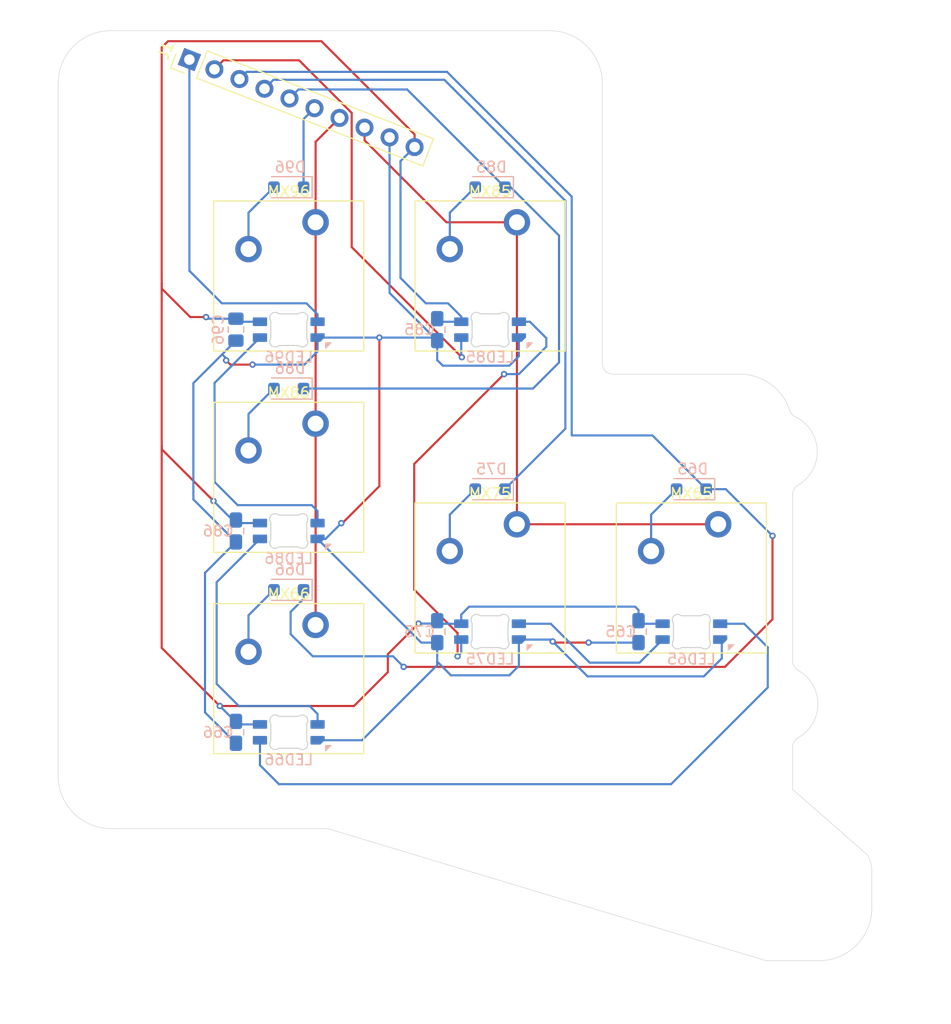
<source format=kicad_pcb>
(kicad_pcb (version 20241229) (generator "pcbnew") (generator_version "9.0")
  (layers (0 "F.Cu" signal) (2 "B.Cu" signal) (13 "F.Paste" user) (15 "B.Paste" user) (5 "F.SilkS" user "F.Silkscreen") (7 "B.SilkS" user "B.Silkscreen") (1 "F.Mask" user) (3 "B.Mask" user) (25 "Edge.Cuts" user))
  (net 0 "")
  (net 1 "GND")
  (net 2 "/VDD")
  (net 3 "Net-(D65-A)")
  (net 4 "Net-(D66-A)")
  (net 5 "Net-(D75-A)")
  (net 6 "Net-(D85-A)")
  (net 7 "Net-(D86-A)")
  (net 8 "Net-(D96-A)")
  (net 9 "/DOUT")
  (net 10 "/DIN")
  (net 11 "/ROW_9")
  (net 12 "Net-(LED65-DIN)")
  (net 13 "Net-(LED65-DOUT)")
  (net 14 "Net-(LED66-DIN)")
  (net 15 "Net-(LED75-DOUT)")
  (net 16 "Net-(LED86-DIN)")
  (net 17 "/COL_R5")
  (net 18 "/COL_R6")
  (net 19 "/ROW_8")
  (net 20 "/ROW_6")
  (net 21 "/ROW_7")
  (footprint "PCM_Switch_Keyboard_Cherry_MX:SW_Cherry_MX_PCB_2.00u_90deg" (layer "F.Cu") (at 206.375 77.7875)
    (property "Reference" "MX75" (at 0 -8 0) (layer "F.SilkS"))
    (property "Value" "MX_SW_HS")
    (pad "" np_thru_hole circle (at -5.08 0) (size 1.75 1.75) (drill 1.75) (layers "*.Cu" "*.Mask"))
    (pad "" np_thru_hole circle (at 0 0) (size 4 4) (drill 4) (layers "*.Cu" "*.Mask"))
    (pad "" np_thru_hole circle (at 5.08 0) (size 1.75 1.75) (drill 1.75) (layers "*.Cu" "*.Mask"))
    (pad "1" thru_hole circle (at -3.81 -2.54) (size 2.5 2.5) (drill 1.5) (layers "*.Cu" "*.Mask") (net 5 "Net-(D75-A)"))
    (pad "2" thru_hole circle (at 2.54 -5.08) (size 2.5 2.5) (drill 1.5) (layers "*.Cu" "*.Mask") (net 17 "/COL_R5"))
  )
  (footprint "Connector_PinHeader_2.54mm:PinHeader_1x10_P2.54mm_Vertical" (layer "F.Cu") (at 177.922804 28.738462 68.769)
    (property "Reference" "J1" (at 0 -2.38 68.769) (layer "F.SilkS"))
    (property "Value" "Conn_01x10")
    (pad "1" thru_hole rect (at 0 0 68.769) (size 1.7 1.7) (drill 1) (layers "*.Cu" "*.Mask") (net 10 "/DIN"))
    (pad "2" thru_hole circle (at 0 2.54 68.769) (size 1.7 1.7) (drill 1) (layers "*.Cu" "*.Mask") (net 9 "/DOUT"))
    (pad "3" thru_hole circle (at 0 5.08 68.769) (size 1.7 1.7) (drill 1) (layers "*.Cu" "*.Mask") (net 20 "/ROW_6"))
    (pad "4" thru_hole circle (at -0.000001 7.62 68.769) (size 1.7 1.7) (drill 1) (layers "*.Cu" "*.Mask") (net 21 "/ROW_7"))
    (pad "5" thru_hole circle (at 0 10.16 68.769) (size 1.7 1.7) (drill 1) (layers "*.Cu" "*.Mask") (net 19 "/ROW_8"))
    (pad "6" thru_hole circle (at 0 12.7 68.769) (size 1.7 1.7) (drill 1) (layers "*.Cu" "*.Mask") (net 11 "/ROW_9"))
    (pad "7" thru_hole circle (at 0 15.24 68.769) (size 1.7 1.7) (drill 1) (layers "*.Cu" "*.Mask") (net 18 "/COL_R6"))
    (pad "8" thru_hole circle (at 0 17.78 68.769) (size 1.7 1.7) (drill 1) (layers "*.Cu" "*.Mask") (net 17 "/COL_R5"))
    (pad "9" thru_hole circle (at 0 20.32 68.769) (size 1.7 1.7) (drill 1) (layers "*.Cu" "*.Mask") (net 1 "GND"))
    (pad "10" thru_hole circle (at 0 22.86 68.769) (size 1.7 1.7) (drill 1) (layers "*.Cu" "*.Mask") (net 2 "/VDD"))
  )
  (footprint "PCM_Switch_Keyboard_Cherry_MX:SW_Cherry_MX_PCB_1.00u" (layer "F.Cu") (at 187.325 49.2125)
    (property "Reference" "MX96" (at 0 -8 0) (layer "F.SilkS"))
    (property "Value" "MX_SW_HS")
    (pad "" np_thru_hole circle (at -5.08 0) (size 1.75 1.75) (drill 1.75) (layers "*.Cu" "*.Mask"))
    (pad "" np_thru_hole circle (at 0 0) (size 4 4) (drill 4) (layers "*.Cu" "*.Mask"))
    (pad "" np_thru_hole circle (at 5.08 0) (size 1.75 1.75) (drill 1.75) (layers "*.Cu" "*.Mask"))
    (pad "1" thru_hole circle (at -3.81 -2.54) (size 2.5 2.5) (drill 1.5) (layers "*.Cu" "*.Mask") (net 8 "Net-(D96-A)"))
    (pad "2" thru_hole circle (at 2.54 -5.08) (size 2.5 2.5) (drill 1.5) (layers "*.Cu" "*.Mask") (net 18 "/COL_R6"))
  )
  (footprint "PCM_Switch_Keyboard_Cherry_MX:SW_Cherry_MX_PCB_1.00u" (layer "F.Cu") (at 187.325 87.3125)
    (property "Reference" "MX66" (at 0 -8 0) (layer "F.SilkS"))
    (property "Value" "MX_SW_HS")
    (pad "" np_thru_hole circle (at -5.08 0) (size 1.75 1.75) (drill 1.75) (layers "*.Cu" "*.Mask"))
    (pad "" np_thru_hole circle (at 0 0) (size 4 4) (drill 4) (layers "*.Cu" "*.Mask"))
    (pad "" np_thru_hole circle (at 5.08 0) (size 1.75 1.75) (drill 1.75) (layers "*.Cu" "*.Mask"))
    (pad "1" thru_hole circle (at -3.81 -2.54) (size 2.5 2.5) (drill 1.5) (layers "*.Cu" "*.Mask") (net 4 "Net-(D66-A)"))
    (pad "2" thru_hole circle (at 2.54 -5.08) (size 2.5 2.5) (drill 1.5) (layers "*.Cu" "*.Mask") (net 18 "/COL_R6"))
  )
  (footprint "PCM_Switch_Keyboard_Cherry_MX:SW_Cherry_MX_PCB_1.00u" (layer "F.Cu") (at 206.375 49.2125)
    (property "Reference" "MX85" (at 0 -8 0) (layer "F.SilkS"))
    (property "Value" "MX_SW_HS")
    (pad "" np_thru_hole circle (at -5.08 0) (size 1.75 1.75) (drill 1.75) (layers "*.Cu" "*.Mask"))
    (pad "" np_thru_hole circle (at 0 0) (size 4 4) (drill 4) (layers "*.Cu" "*.Mask"))
    (pad "" np_thru_hole circle (at 5.08 0) (size 1.75 1.75) (drill 1.75) (layers "*.Cu" "*.Mask"))
    (pad "1" thru_hole circle (at -3.81 -2.54) (size 2.5 2.5) (drill 1.5) (layers "*.Cu" "*.Mask") (net 6 "Net-(D85-A)"))
    (pad "2" thru_hole circle (at 2.54 -5.08) (size 2.5 2.5) (drill 1.5) (layers "*.Cu" "*.Mask") (net 17 "/COL_R5"))
  )
  (footprint "PCM_Switch_Keyboard_Cherry_MX:SW_Cherry_MX_PCB_2.00u_90deg" (layer "F.Cu") (at 225.425 77.7875)
    (property "Reference" "MX65" (at 0 -8 0) (layer "F.SilkS"))
    (property "Value" "MX_SW_HS")
    (pad "" np_thru_hole circle (at -5.08 0) (size 1.75 1.75) (drill 1.75) (layers "*.Cu" "*.Mask"))
    (pad "" np_thru_hole circle (at 0 0) (size 4 4) (drill 4) (layers "*.Cu" "*.Mask"))
    (pad "" np_thru_hole circle (at 5.08 0) (size 1.75 1.75) (drill 1.75) (layers "*.Cu" "*.Mask"))
    (pad "1" thru_hole circle (at -3.81 -2.54) (size 2.5 2.5) (drill 1.5) (layers "*.Cu" "*.Mask") (net 3 "Net-(D65-A)"))
    (pad "2" thru_hole circle (at 2.54 -5.08) (size 2.5 2.5) (drill 1.5) (layers "*.Cu" "*.Mask") (net 17 "/COL_R5"))
  )
  (footprint "PCM_Switch_Keyboard_Cherry_MX:SW_Cherry_MX_PCB_1.00u" (layer "F.Cu") (at 187.325 68.2625)
    (property "Reference" "MX86" (at 0 -8 0) (layer "F.SilkS"))
    (property "Value" "MX_SW_HS")
    (pad "" np_thru_hole circle (at -5.08 0) (size 1.75 1.75) (drill 1.75) (layers "*.Cu" "*.Mask"))
    (pad "" np_thru_hole circle (at 0 0) (size 4 4) (drill 4) (layers "*.Cu" "*.Mask"))
    (pad "" np_thru_hole circle (at 5.08 0) (size 1.75 1.75) (drill 1.75) (layers "*.Cu" "*.Mask"))
    (pad "1" thru_hole circle (at -3.81 -2.54) (size 2.5 2.5) (drill 1.5) (layers "*.Cu" "*.Mask") (net 7 "Net-(D86-A)"))
    (pad "2" thru_hole circle (at 2.54 -5.08) (size 2.5 2.5) (drill 1.5) (layers "*.Cu" "*.Mask") (net 18 "/COL_R6"))
  )
  (footprint "MountingHole:MountingHole_3.7mm" (layer "B.Cu") (at 170.45 96 180)
    (property "Reference" "REF5" (hide yes))
    (property "Value" "MountingHole_3.7mm" (hide yes))
    (pad "" np_thru_hole circle (at 0 0 180) (size 3.7 3.7) (drill 3.7) (layers "*.Cu" "*.Mask"))
  )
  (footprint "MountingHole:MountingHole_3.7mm" (layer "B.Cu") (at 170.45 44.4 180)
    (property "Reference" "REF1" (hide yes))
    (property "Value" "MountingHole_3.7mm" (hide yes))
    (pad "" np_thru_hole circle (at 0 0 180) (size 3.7 3.7) (drill 3.7) (layers "*.Cu" "*.Mask"))
  )
  (footprint "MountingHole:MountingHole_3.7mm" (layer "B.Cu") (at 225.806 104.14 180)
    (property "Reference" "REF3" (hide yes))
    (property "Value" "MountingHole_3.7mm" (hide yes))
    (pad "" np_thru_hole circle (at 0 0 180) (size 3.7 3.7) (drill 3.7) (layers "*.Cu" "*.Mask"))
  )
  (footprint "MountingHole:MountingHole_3.7mm" (layer "B.Cu") (at 170.5 88 180)
    (property "Reference" "REF6" (hide yes))
    (property "Value" "MountingHole_3.7mm" (hide yes))
    (pad "" np_thru_hole circle (at 0 0 180) (size 3.7 3.7) (drill 3.7) (layers "*.Cu" "*.Mask"))
  )
  (footprint "MountingHole:MountingHole_3.7mm" (layer "B.Cu") (at 210.566 32.004 180)
    (property "Reference" "REF2" (hide yes))
    (property "Value" "MountingHole_3.7mm")
    (pad "" np_thru_hole circle (at 0 0 180) (size 3.7 3.7) (drill 3.7) (layers "*.Cu" "*.Mask"))
  )
  (footprint "MountingHole:MountingHole_3.7mm" (layer "B.Cu") (at 236.982 107.95 180)
    (property "Reference" "REF4" (hide yes))
    (property "Value" "MountingHole_3.7mm" (hide yes))
    (pad "" np_thru_hole circle (at 0 0 180) (size 3.7 3.7) (drill 3.7) (layers "*.Cu" "*.Mask"))
  )
  (footprint "PCM_marbastlib-mx:LED_MX_6028R" (layer "B.Cu") (at 187.325 54.2925 180)
    (property "Reference" "LED96" (at 0 -2.6 0) (layer "B.SilkS") (effects (justify mirror)))
    (property "Value" "MX_SK6812MINI-E")
    (fp_line (start 1.699999 -0.702841) (end 1.699999 0.702843) (stroke (width 0.1)) (layer "Edge.Cuts"))
    (fp_line (start 0.794452 1.5) (end -0.794453 1.5) (stroke (width 0.1)) (layer "Edge.Cuts"))
    (fp_line (start -0.794452 -1.499999) (end 0.794452 -1.499999) (stroke (width 0.1)) (layer "Edge.Cuts"))
    (fp_line (start -1.699999 0.702843) (end -1.699999 -0.702841) (stroke (width 0.1)) (layer "Edge.Cuts"))
    (fp_arc (start 1.749484 0.919721) (mid 1.712526 0.814069) (end 1.699999 0.702843) (stroke (width 0.1)) (layer "Edge.Cuts"))
    (fp_arc (start 1.749484 0.919721) (mid 1.638072 1.504036) (end 1.046711 1.5683) (stroke (width 0.1)) (layer "Edge.Cuts"))
    (fp_arc (start 1.699999 -0.702842) (mid 1.712536 -0.814064) (end 1.749484 -0.919719) (stroke (width 0.1)) (layer "Edge.Cuts"))
    (fp_arc (start 1.046711 -1.568296) (mid 1.63807 -1.504033) (end 1.749484 -0.919719) (stroke (width 0.1)) (layer "Edge.Cuts"))
    (fp_arc (start 1.04671 -1.568298) (mid 0.925122 -1.517376) (end 0.794452 -1.499999) (stroke (width 0.1)) (layer "Edge.Cuts"))
    (fp_arc (start 0.794453 1.500001) (mid 0.925123 1.517378) (end 1.046711 1.5683) (stroke (width 0.1)) (layer "Edge.Cuts"))
    (fp_arc (start -0.794452 -1.499999) (mid -0.925123 -1.517376) (end -1.046711 -1.568298) (stroke (width 0.1)) (layer "Edge.Cuts"))
    (fp_arc (start -1.046711 1.568299) (mid -0.925123 1.517377) (end -0.794453 1.5) (stroke (width 0.1)) (layer "Edge.Cuts"))
    (fp_arc (start -1.046711 1.568299) (mid -1.63807 1.504035) (end -1.749484 0.919721) (stroke (width 0.1)) (layer "Edge.Cuts"))
    (fp_arc (start -1.699999 0.702844) (mid -1.712527 0.814069) (end -1.749484 0.919721) (stroke (width 0.1)) (layer "Edge.Cuts"))
    (fp_arc (start -1.749484 -0.919718) (mid -1.638072 -1.504034) (end -1.046711 -1.568298) (stroke (width 0.1)) (layer "Edge.Cuts"))
    (fp_arc (start -1.749484 -0.919719) (mid -1.712527 -0.814067) (end -1.699999 -0.702841) (stroke (width 0.1)) (layer "Edge.Cuts"))
    (pad "1" smd roundrect (at 2.725 0.75 90) (size 0.82 1.35) (layers "B.Cu" "B.Mask" "B.Paste") (roundrect_rratio 0.1) (net 2 "/VDD"))
    (pad "2" smd roundrect (at 2.725 -0.75 90) (size 0.82 1.35) (layers "B.Cu" "B.Mask" "B.Paste") (roundrect_rratio 0.1) (net 16 "Net-(LED86-DIN)"))
    (pad "3" smd roundrect (at -2.725 0.75 90) (size 0.82 1.35) (layers "B.Cu" "B.Mask" "B.Paste") (roundrect_rratio 0.1) (net 10 "/DIN"))
    (pad "4" smd roundrect (at -2.725 -0.75 90) (size 0.82 1.35) (layers "B.Cu" "B.Mask" "B.Paste") (roundrect_rratio 0.1) (chamfer_ratio 0.5) (chamfer bottom_left) (net 1 "GND"))
  )
  (footprint "PCM_marbastlib-mx:LED_MX_6028R" (layer "B.Cu") (at 225.425 82.8675 180)
    (property "Reference" "LED65" (at 0 -2.6 0) (layer "B.SilkS") (effects (justify mirror)))
    (property "Value" "MX_SK6812MINI-E")
    (fp_line (start 1.699999 -0.702841) (end 1.699999 0.702843) (stroke (width 0.1)) (layer "Edge.Cuts"))
    (fp_line (start 0.794452 1.5) (end -0.794453 1.5) (stroke (width 0.1)) (layer "Edge.Cuts"))
    (fp_line (start -0.794452 -1.499999) (end 0.794452 -1.499999) (stroke (width 0.1)) (layer "Edge.Cuts"))
    (fp_line (start -1.699999 0.702843) (end -1.699999 -0.702841) (stroke (width 0.1)) (layer "Edge.Cuts"))
    (fp_arc (start 1.749484 0.919721) (mid 1.712526 0.814069) (end 1.699999 0.702843) (stroke (width 0.1)) (layer "Edge.Cuts"))
    (fp_arc (start 1.749484 0.919721) (mid 1.638072 1.504036) (end 1.046711 1.5683) (stroke (width 0.1)) (layer "Edge.Cuts"))
    (fp_arc (start 1.699999 -0.702842) (mid 1.712536 -0.814064) (end 1.749484 -0.919719) (stroke (width 0.1)) (layer "Edge.Cuts"))
    (fp_arc (start 1.046711 -1.568296) (mid 1.63807 -1.504033) (end 1.749484 -0.919719) (stroke (width 0.1)) (layer "Edge.Cuts"))
    (fp_arc (start 1.04671 -1.568298) (mid 0.925122 -1.517376) (end 0.794452 -1.499999) (stroke (width 0.1)) (layer "Edge.Cuts"))
    (fp_arc (start 0.794453 1.500001) (mid 0.925123 1.517378) (end 1.046711 1.5683) (stroke (width 0.1)) (layer "Edge.Cuts"))
    (fp_arc (start -0.794452 -1.499999) (mid -0.925123 -1.517376) (end -1.046711 -1.568298) (stroke (width 0.1)) (layer "Edge.Cuts"))
    (fp_arc (start -1.046711 1.568299) (mid -0.925123 1.517377) (end -0.794453 1.5) (stroke (width 0.1)) (layer "Edge.Cuts"))
    (fp_arc (start -1.046711 1.568299) (mid -1.63807 1.504035) (end -1.749484 0.919721) (stroke (width 0.1)) (layer "Edge.Cuts"))
    (fp_arc (start -1.699999 0.702844) (mid -1.712527 0.814069) (end -1.749484 0.919721) (stroke (width 0.1)) (layer "Edge.Cuts"))
    (fp_arc (start -1.749484 -0.919718) (mid -1.638072 -1.504034) (end -1.046711 -1.568298) (stroke (width 0.1)) (layer "Edge.Cuts"))
    (fp_arc (start -1.749484 -0.919719) (mid -1.712527 -0.814067) (end -1.699999 -0.702841) (stroke (width 0.1)) (layer "Edge.Cuts"))
    (pad "1" smd roundrect (at 2.725 0.75 90) (size 0.82 1.35) (layers "B.Cu" "B.Mask" "B.Paste") (roundrect_rratio 0.1) (net 2 "/VDD"))
    (pad "2" smd roundrect (at 2.725 -0.75 90) (size 0.82 1.35) (layers "B.Cu" "B.Mask" "B.Paste") (roundrect_rratio 0.1) (net 13 "Net-(LED65-DOUT)"))
    (pad "3" smd roundrect (at -2.725 0.75 90) (size 0.82 1.35) (layers "B.Cu" "B.Mask" "B.Paste") (roundrect_rratio 0.1) (net 12 "Net-(LED65-DIN)"))
    (pad "4" smd roundrect (at -2.725 -0.75 90) (size 0.82 1.35) (layers "B.Cu" "B.Mask" "B.Paste") (roundrect_rratio 0.1) (chamfer_ratio 0.5) (chamfer bottom_left) (net 1 "GND"))
  )
  (footprint "Capacitor_SMD:C_0805_2012Metric_Pad1.18x1.45mm_HandSolder" (layer "B.Cu") (at 182.325 92.3925 -90)
    (property "Reference" "C66" (at 0 1.68 0) (layer "B.SilkS") (effects (justify mirror)))
    (property "Value" "0.1 µF")
    (pad "1" smd roundrect (at -1.0375 0 180) (size 1.175 1.45) (layers "B.Cu" "B.Mask" "B.Paste") (roundrect_rratio 0.212766) (net 2 "/VDD"))
    (pad "2" smd roundrect (at 1.0375 0 180) (size 1.175 1.45) (layers "B.Cu" "B.Mask" "B.Paste") (roundrect_rratio 0.212766) (net 1 "GND"))
  )
  (footprint "Diode_SMD:D_SOD-123F" (layer "B.Cu") (at 187.325 59.8625 180)
    (property "Reference" "D86" (at -0.127 1.905 0) (layer "B.SilkS") (effects (justify mirror)))
    (property "Value" "1N4148WL")
    (pad "1" smd roundrect (at -1.4 0 180) (size 1.1 1.1) (layers "B.Cu" "B.Mask" "B.Paste") (roundrect_rratio 0.2272727273) (net 19 "/ROW_8"))
    (pad "2" smd roundrect (at 1.4 0 180) (size 1.1 1.1) (layers "B.Cu" "B.Mask" "B.Paste") (roundrect_rratio 0.2272727273) (net 7 "Net-(D86-A)"))
  )
  (footprint "Capacitor_SMD:C_0805_2012Metric_Pad1.18x1.45mm_HandSolder" (layer "B.Cu") (at 182.325 54.2925 -90)
    (property "Reference" "C96" (at 0 1.68 90) (layer "B.SilkS") (effects (justify mirror)))
    (property "Value" "0.1 µF")
    (pad "1" smd roundrect (at -1.0375 0 270) (size 1.175 1.45) (layers "B.Cu" "B.Mask" "B.Paste") (roundrect_rratio 0.212766) (net 2 "/VDD"))
    (pad "2" smd roundrect (at 1.0375 0 270) (size 1.175 1.45) (layers "B.Cu" "B.Mask" "B.Paste") (roundrect_rratio 0.212766) (net 1 "GND"))
  )
  (footprint "Diode_SMD:D_SOD-123F" (layer "B.Cu") (at 206.375 69.3875 180)
    (property "Reference" "D75" (at -0.127 1.905 0) (layer "B.SilkS") (effects (justify mirror)))
    (property "Value" "1N4148WL")
    (pad "1" smd roundrect (at -1.4 0 180) (size 1.1 1.1) (layers "B.Cu" "B.Mask" "B.Paste") (roundrect_rratio 0.2272727273) (net 21 "/ROW_7"))
    (pad "2" smd roundrect (at 1.4 0 180) (size 1.1 1.1) (layers "B.Cu" "B.Mask" "B.Paste") (roundrect_rratio 0.2272727273) (net 5 "Net-(D75-A)"))
  )
  (footprint "Capacitor_SMD:C_0805_2012Metric_Pad1.18x1.45mm_HandSolder" (layer "B.Cu") (at 201.375 82.8675 -90)
    (property "Reference" "C75" (at 0 1.68 0) (layer "B.SilkS") (effects (justify mirror)))
    (property "Value" "0.1 µF")
    (pad "1" smd roundrect (at -1.0375 0 180) (size 1.175 1.45) (layers "B.Cu" "B.Mask" "B.Paste") (roundrect_rratio 0.212766) (net 2 "/VDD"))
    (pad "2" smd roundrect (at 1.0375 0 180) (size 1.175 1.45) (layers "B.Cu" "B.Mask" "B.Paste") (roundrect_rratio 0.212766) (net 1 "GND"))
  )
  (footprint "PCM_marbastlib-mx:LED_MX_6028R" (layer "B.Cu") (at 206.375 54.2925 180)
    (property "Reference" "LED85" (at 0 -2.6 0) (layer "B.SilkS") (effects (justify mirror)))
    (property "Value" "MX_SK6812MINI-E")
    (fp_line (start 1.699999 -0.702841) (end 1.699999 0.702843) (stroke (width 0.1)) (layer "Edge.Cuts"))
    (fp_line (start 0.794452 1.5) (end -0.794453 1.5) (stroke (width 0.1)) (layer "Edge.Cuts"))
    (fp_line (start -0.794452 -1.499999) (end 0.794452 -1.499999) (stroke (width 0.1)) (layer "Edge.Cuts"))
    (fp_line (start -1.699999 0.702843) (end -1.699999 -0.702841) (stroke (width 0.1)) (layer "Edge.Cuts"))
    (fp_arc (start 1.749484 0.919721) (mid 1.712526 0.814069) (end 1.699999 0.702843) (stroke (width 0.1)) (layer "Edge.Cuts"))
    (fp_arc (start 1.749484 0.919721) (mid 1.638072 1.504036) (end 1.046711 1.5683) (stroke (width 0.1)) (layer "Edge.Cuts"))
    (fp_arc (start 1.699999 -0.702842) (mid 1.712536 -0.814064) (end 1.749484 -0.919719) (stroke (width 0.1)) (layer "Edge.Cuts"))
    (fp_arc (start 1.046711 -1.568296) (mid 1.63807 -1.504033) (end 1.749484 -0.919719) (stroke (width 0.1)) (layer "Edge.Cuts"))
    (fp_arc (start 1.04671 -1.568298) (mid 0.925122 -1.517376) (end 0.794452 -1.499999) (stroke (width 0.1)) (layer "Edge.Cuts"))
    (fp_arc (start 0.794453 1.500001) (mid 0.925123 1.517378) (end 1.046711 1.5683) (stroke (width 0.1)) (layer "Edge.Cuts"))
    (fp_arc (start -0.794452 -1.499999) (mid -0.925123 -1.517376) (end -1.046711 -1.568298) (stroke (width 0.1)) (layer "Edge.Cuts"))
    (fp_arc (start -1.046711 1.568299) (mid -0.925123 1.517377) (end -0.794453 1.5) (stroke (width 0.1)) (layer "Edge.Cuts"))
    (fp_arc (start -1.046711 1.568299) (mid -1.63807 1.504035) (end -1.749484 0.919721) (stroke (width 0.1)) (layer "Edge.Cuts"))
    (fp_arc (start -1.699999 0.702844) (mid -1.712527 0.814069) (end -1.749484 0.919721) (stroke (width 0.1)) (layer "Edge.Cuts"))
    (fp_arc (start -1.749484 -0.919718) (mid -1.638072 -1.504034) (end -1.046711 -1.568298) (stroke (width 0.1)) (layer "Edge.Cuts"))
    (fp_arc (start -1.749484 -0.919719) (mid -1.712527 -0.814067) (end -1.699999 -0.702841) (stroke (width 0.1)) (layer "Edge.Cuts"))
    (pad "1" smd roundrect (at 2.725 0.75 90) (size 0.82 1.35) (layers "B.Cu" "B.Mask" "B.Paste") (roundrect_rratio 0.1) (net 2 "/VDD"))
    (pad "2" smd roundrect (at 2.725 -0.75 90) (size 0.82 1.35) (layers "B.Cu" "B.Mask" "B.Paste") (roundrect_rratio 0.1) (net 9 "/DOUT"))
    (pad "3" smd roundrect (at -2.725 0.75 90) (size 0.82 1.35) (layers "B.Cu" "B.Mask" "B.Paste") (roundrect_rratio 0.1) (net 15 "Net-(LED75-DOUT)"))
    (pad "4" smd roundrect (at -2.725 -0.75 90) (size 0.82 1.35) (layers "B.Cu" "B.Mask" "B.Paste") (roundrect_rratio 0.1) (chamfer_ratio 0.5) (chamfer bottom_left) (net 1 "GND"))
  )
  (footprint "Capacitor_SMD:C_0805_2012Metric_Pad1.18x1.45mm_HandSolder" (layer "B.Cu") (at 201.375 54.2925 -90)
    (property "Reference" "C85" (at 0 1.68 0) (layer "B.SilkS") (effects (justify mirror)))
    (property "Value" "0.1 µF")
    (pad "1" smd roundrect (at -1.0375 0 180) (size 1.175 1.45) (layers "B.Cu" "B.Mask" "B.Paste") (roundrect_rratio 0.212766) (net 2 "/VDD"))
    (pad "2" smd roundrect (at 1.0375 0 180) (size 1.175 1.45) (layers "B.Cu" "B.Mask" "B.Paste") (roundrect_rratio 0.212766) (net 1 "GND"))
  )
  (footprint "PCM_marbastlib-mx:LED_MX_6028R" (layer "B.Cu") (at 187.325 73.3425 180)
    (property "Reference" "LED86" (at 0 -2.6 0) (layer "B.SilkS") (effects (justify mirror)))
    (property "Value" "MX_SK6812MINI-E")
    (fp_line (start 1.699999 -0.702841) (end 1.699999 0.702843) (stroke (width 0.1)) (layer "Edge.Cuts"))
    (fp_line (start 0.794452 1.5) (end -0.794453 1.5) (stroke (width 0.1)) (layer "Edge.Cuts"))
    (fp_line (start -0.794452 -1.499999) (end 0.794452 -1.499999) (stroke (width 0.1)) (layer "Edge.Cuts"))
    (fp_line (start -1.699999 0.702843) (end -1.699999 -0.702841) (stroke (width 0.1)) (layer "Edge.Cuts"))
    (fp_arc (start 1.749484 0.919721) (mid 1.712526 0.814069) (end 1.699999 0.702843) (stroke (width 0.1)) (layer "Edge.Cuts"))
    (fp_arc (start 1.749484 0.919721) (mid 1.638072 1.504036) (end 1.046711 1.5683) (stroke (width 0.1)) (layer "Edge.Cuts"))
    (fp_arc (start 1.699999 -0.702842) (mid 1.712536 -0.814064) (end 1.749484 -0.919719) (stroke (width 0.1)) (layer "Edge.Cuts"))
    (fp_arc (start 1.046711 -1.568296) (mid 1.63807 -1.504033) (end 1.749484 -0.919719) (stroke (width 0.1)) (layer "Edge.Cuts"))
    (fp_arc (start 1.04671 -1.568298) (mid 0.925122 -1.517376) (end 0.794452 -1.499999) (stroke (width 0.1)) (layer "Edge.Cuts"))
    (fp_arc (start 0.794453 1.500001) (mid 0.925123 1.517378) (end 1.046711 1.5683) (stroke (width 0.1)) (layer "Edge.Cuts"))
    (fp_arc (start -0.794452 -1.499999) (mid -0.925123 -1.517376) (end -1.046711 -1.568298) (stroke (width 0.1)) (layer "Edge.Cuts"))
    (fp_arc (start -1.046711 1.568299) (mid -0.925123 1.517377) (end -0.794453 1.5) (stroke (width 0.1)) (layer "Edge.Cuts"))
    (fp_arc (start -1.046711 1.568299) (mid -1.63807 1.504035) (end -1.749484 0.919721) (stroke (width 0.1)) (layer "Edge.Cuts"))
    (fp_arc (start -1.699999 0.702844) (mid -1.712527 0.814069) (end -1.749484 0.919721) (stroke (width 0.1)) (layer "Edge.Cuts"))
    (fp_arc (start -1.749484 -0.919718) (mid -1.638072 -1.504034) (end -1.046711 -1.568298) (stroke (width 0.1)) (layer "Edge.Cuts"))
    (fp_arc (start -1.749484 -0.919719) (mid -1.712527 -0.814067) (end -1.699999 -0.702841) (stroke (width 0.1)) (layer "Edge.Cuts"))
    (pad "1" smd roundrect (at 2.725 0.75 90) (size 0.82 1.35) (layers "B.Cu" "B.Mask" "B.Paste") (roundrect_rratio 0.1) (net 2 "/VDD"))
    (pad "2" smd roundrect (at 2.725 -0.75 90) (size 0.82 1.35) (layers "B.Cu" "B.Mask" "B.Paste") (roundrect_rratio 0.1) (net 14 "Net-(LED66-DIN)"))
    (pad "3" smd roundrect (at -2.725 0.75 90) (size 0.82 1.35) (layers "B.Cu" "B.Mask" "B.Paste") (roundrect_rratio 0.1) (net 16 "Net-(LED86-DIN)"))
    (pad "4" smd roundrect (at -2.725 -0.75 90) (size 0.82 1.35) (layers "B.Cu" "B.Mask" "B.Paste") (roundrect_rratio 0.1) (chamfer_ratio 0.5) (chamfer bottom_left) (net 1 "GND"))
  )
  (footprint "Capacitor_SMD:C_0805_2012Metric_Pad1.18x1.45mm_HandSolder" (layer "B.Cu") (at 220.425 82.8675 -90)
    (property "Reference" "C65" (at 0 1.68 0) (layer "B.SilkS") (effects (justify mirror)))
    (property "Value" "0.1 µF")
    (pad "1" smd roundrect (at -1.0375 0 180) (size 1.175 1.45) (layers "B.Cu" "B.Mask" "B.Paste") (roundrect_rratio 0.212766) (net 2 "/VDD"))
    (pad "2" smd roundrect (at 1.0375 0 180) (size 1.175 1.45) (layers "B.Cu" "B.Mask" "B.Paste") (roundrect_rratio 0.212766) (net 1 "GND"))
  )
  (footprint "PCM_marbastlib-mx:LED_MX_6028R" (layer "B.Cu") (at 206.375 82.8675 180)
    (property "Reference" "LED75" (at 0 -2.6 0) (layer "B.SilkS") (effects (justify mirror)))
    (property "Value" "MX_SK6812MINI-E")
    (fp_line (start 1.699999 -0.702841) (end 1.699999 0.702843) (stroke (width 0.1)) (layer "Edge.Cuts"))
    (fp_line (start 0.794452 1.5) (end -0.794453 1.5) (stroke (width 0.1)) (layer "Edge.Cuts"))
    (fp_line (start -0.794452 -1.499999) (end 0.794452 -1.499999) (stroke (width 0.1)) (layer "Edge.Cuts"))
    (fp_line (start -1.699999 0.702843) (end -1.699999 -0.702841) (stroke (width 0.1)) (layer "Edge.Cuts"))
    (fp_arc (start 1.749484 0.919721) (mid 1.712526 0.814069) (end 1.699999 0.702843) (stroke (width 0.1)) (layer "Edge.Cuts"))
    (fp_arc (start 1.749484 0.919721) (mid 1.638072 1.504036) (end 1.046711 1.5683) (stroke (width 0.1)) (layer "Edge.Cuts"))
    (fp_arc (start 1.699999 -0.702842) (mid 1.712536 -0.814064) (end 1.749484 -0.919719) (stroke (width 0.1)) (layer "Edge.Cuts"))
    (fp_arc (start 1.046711 -1.568296) (mid 1.63807 -1.504033) (end 1.749484 -0.919719) (stroke (width 0.1)) (layer "Edge.Cuts"))
    (fp_arc (start 1.04671 -1.568298) (mid 0.925122 -1.517376) (end 0.794452 -1.499999) (stroke (width 0.1)) (layer "Edge.Cuts"))
    (fp_arc (start 0.794453 1.500001) (mid 0.925123 1.517378) (end 1.046711 1.5683) (stroke (width 0.1)) (layer "Edge.Cuts"))
    (fp_arc (start -0.794452 -1.499999) (mid -0.925123 -1.517376) (end -1.046711 -1.568298) (stroke (width 0.1)) (layer "Edge.Cuts"))
    (fp_arc (start -1.046711 1.568299) (mid -0.925123 1.517377) (end -0.794453 1.5) (stroke (width 0.1)) (layer "Edge.Cuts"))
    (fp_arc (start -1.046711 1.568299) (mid -1.63807 1.504035) (end -1.749484 0.919721) (stroke (width 0.1)) (layer "Edge.Cuts"))
    (fp_arc (start -1.699999 0.702844) (mid -1.712527 0.814069) (end -1.749484 0.919721) (stroke (width 0.1)) (layer "Edge.Cuts"))
    (fp_arc (start -1.749484 -0.919718) (mid -1.638072 -1.504034) (end -1.046711 -1.568298) (stroke (width 0.1)) (layer "Edge.Cuts"))
    (fp_arc (start -1.749484 -0.919719) (mid -1.712527 -0.814067) (end -1.699999 -0.702841) (stroke (width 0.1)) (layer "Edge.Cuts"))
    (pad "1" smd roundrect (at 2.725 0.75 90) (size 0.82 1.35) (layers "B.Cu" "B.Mask" "B.Paste") (roundrect_rratio 0.1) (net 2 "/VDD"))
    (pad "2" smd roundrect (at 2.725 -0.75 90) (size 0.82 1.35) (layers "B.Cu" "B.Mask" "B.Paste") (roundrect_rratio 0.1) (net 15 "Net-(LED75-DOUT)"))
    (pad "3" smd roundrect (at -2.725 0.75 90) (size 0.82 1.35) (layers "B.Cu" "B.Mask" "B.Paste") (roundrect_rratio 0.1) (net 13 "Net-(LED65-DOUT)"))
    (pad "4" smd roundrect (at -2.725 -0.75 90) (size 0.82 1.35) (layers "B.Cu" "B.Mask" "B.Paste") (roundrect_rratio 0.1) (chamfer_ratio 0.5) (chamfer bottom_left) (net 1 "GND"))
  )
  (footprint "Diode_SMD:D_SOD-123F" (layer "B.Cu") (at 187.325 78.9125 180)
    (property "Reference" "D66" (at -0.127 1.905 0) (layer "B.SilkS") (effects (justify mirror)))
    (property "Value" "1N4148WL")
    (pad "1" smd roundrect (at -1.4 0 180) (size 1.1 1.1) (layers "B.Cu" "B.Mask" "B.Paste") (roundrect_rratio 0.2272727273) (net 20 "/ROW_6"))
    (pad "2" smd roundrect (at 1.4 0 180) (size 1.1 1.1) (layers "B.Cu" "B.Mask" "B.Paste") (roundrect_rratio 0.2272727273) (net 4 "Net-(D66-A)"))
  )
  (footprint "Diode_SMD:D_SOD-123F" (layer "B.Cu") (at 206.375 40.8125 180)
    (property "Reference" "D85" (at -0.127 1.905 0) (layer "B.SilkS") (effects (justify mirror)))
    (property "Value" "1N4148WL")
    (pad "1" smd roundrect (at -1.4 0 180) (size 1.1 1.1) (layers "B.Cu" "B.Mask" "B.Paste") (roundrect_rratio 0.2272727273) (net 19 "/ROW_8"))
    (pad "2" smd roundrect (at 1.4 0 180) (size 1.1 1.1) (layers "B.Cu" "B.Mask" "B.Paste") (roundrect_rratio 0.2272727273) (net 6 "Net-(D85-A)"))
  )
  (footprint "Diode_SMD:D_SOD-123F" (layer "B.Cu") (at 225.425 69.3875 180)
    (property "Reference" "D65" (at -0.127 1.905 0) (layer "B.SilkS") (effects (justify mirror)))
    (property "Value" "1N4148WL")
    (pad "1" smd roundrect (at -1.4 0 180) (size 1.1 1.1) (layers "B.Cu" "B.Mask" "B.Paste") (roundrect_rratio 0.2272727273) (net 20 "/ROW_6"))
    (pad "2" smd roundrect (at 1.4 0 180) (size 1.1 1.1) (layers "B.Cu" "B.Mask" "B.Paste") (roundrect_rratio 0.2272727273) (net 3 "Net-(D65-A)"))
  )
  (footprint "PCM_marbastlib-mx:LED_MX_6028R" (layer "B.Cu") (at 187.325 92.3925 180)
    (property "Reference" "LED66" (at 0 -2.6 0) (layer "B.SilkS") (effects (justify mirror)))
    (property "Value" "MX_SK6812MINI-E")
    (fp_line (start 1.699999 -0.702841) (end 1.699999 0.702843) (stroke (width 0.1)) (layer "Edge.Cuts"))
    (fp_line (start 0.794452 1.5) (end -0.794453 1.5) (stroke (width 0.1)) (layer "Edge.Cuts"))
    (fp_line (start -0.794452 -1.499999) (end 0.794452 -1.499999) (stroke (width 0.1)) (layer "Edge.Cuts"))
    (fp_line (start -1.699999 0.702843) (end -1.699999 -0.702841) (stroke (width 0.1)) (layer "Edge.Cuts"))
    (fp_arc (start 1.749484 0.919721) (mid 1.712526 0.814069) (end 1.699999 0.702843) (stroke (width 0.1)) (layer "Edge.Cuts"))
    (fp_arc (start 1.749484 0.919721) (mid 1.638072 1.504036) (end 1.046711 1.5683) (stroke (width 0.1)) (layer "Edge.Cuts"))
    (fp_arc (start 1.699999 -0.702842) (mid 1.712536 -0.814064) (end 1.749484 -0.919719) (stroke (width 0.1)) (layer "Edge.Cuts"))
    (fp_arc (start 1.046711 -1.568296) (mid 1.63807 -1.504033) (end 1.749484 -0.919719) (stroke (width 0.1)) (layer "Edge.Cuts"))
    (fp_arc (start 1.04671 -1.568298) (mid 0.925122 -1.517376) (end 0.794452 -1.499999) (stroke (width 0.1)) (layer "Edge.Cuts"))
    (fp_arc (start 0.794453 1.500001) (mid 0.925123 1.517378) (end 1.046711 1.5683) (stroke (width 0.1)) (layer "Edge.Cuts"))
    (fp_arc (start -0.794452 -1.499999) (mid -0.925123 -1.517376) (end -1.046711 -1.568298) (stroke (width 0.1)) (layer "Edge.Cuts"))
    (fp_arc (start -1.046711 1.568299) (mid -0.925123 1.517377) (end -0.794453 1.5) (stroke (width 0.1)) (layer "Edge.Cuts"))
    (fp_arc (start -1.046711 1.568299) (mid -1.63807 1.504035) (end -1.749484 0.919721) (stroke (width 0.1)) (layer "Edge.Cuts"))
    (fp_arc (start -1.699999 0.702844) (mid -1.712527 0.814069) (end -1.749484 0.919721) (stroke (width 0.1)) (layer "Edge.Cuts"))
    (fp_arc (start -1.749484 -0.919718) (mid -1.638072 -1.504034) (end -1.046711 -1.568298) (stroke (width 0.1)) (layer "Edge.Cuts"))
    (fp_arc (start -1.749484 -0.919719) (mid -1.712527 -0.814067) (end -1.699999 -0.702841) (stroke (width 0.1)) (layer "Edge.Cuts"))
    (pad "1" smd roundrect (at 2.725 0.75 90) (size 0.82 1.35) (layers "B.Cu" "B.Mask" "B.Paste") (roundrect_rratio 0.1) (net 2 "/VDD"))
    (pad "2" smd roundrect (at 2.725 -0.75 90) (size 0.82 1.35) (layers "B.Cu" "B.Mask" "B.Paste") (roundrect_rratio 0.1) (net 12 "Net-(LED65-DIN)"))
    (pad "3" smd roundrect (at -2.725 0.75 90) (size 0.82 1.35) (layers "B.Cu" "B.Mask" "B.Paste") (roundrect_rratio 0.1) (net 14 "Net-(LED66-DIN)"))
    (pad "4" smd roundrect (at -2.725 -0.75 90) (size 0.82 1.35) (layers "B.Cu" "B.Mask" "B.Paste") (roundrect_rratio 0.1) (chamfer_ratio 0.5) (chamfer bottom_left) (net 1 "GND"))
  )
  (footprint "Capacitor_SMD:C_0805_2012Metric_Pad1.18x1.45mm_HandSolder" (layer "B.Cu") (at 182.325 73.3425 -90)
    (property "Reference" "C86" (at 0 1.68 0) (layer "B.SilkS") (effects (justify mirror)))
    (property "Value" "0.1 µF")
    (pad "1" smd roundrect (at -1.0375 0 180) (size 1.175 1.45) (layers "B.Cu" "B.Mask" "B.Paste") (roundrect_rratio 0.212766) (net 2 "/VDD"))
    (pad "2" smd roundrect (at 1.0375 0 180) (size 1.175 1.45) (layers "B.Cu" "B.Mask" "B.Paste") (roundrect_rratio 0.212766) (net 1 "GND"))
  )
  (footprint "Diode_SMD:D_SOD-123F" (layer "B.Cu") (at 187.325 40.8125 180)
    (property "Reference" "D96" (at -0.127 1.905 0) (layer "B.SilkS") (effects (justify mirror)))
    (property "Value" "1N4148WL")
    (pad "1" smd roundrect (at -1.4 0 180) (size 1.1 1.1) (layers "B.Cu" "B.Mask" "B.Paste") (roundrect_rratio 0.2272727273) (net 11 "/ROW_9"))
    (pad "2" smd roundrect (at 1.4 0 180) (size 1.1 1.1) (layers "B.Cu" "B.Mask" "B.Paste") (roundrect_rratio 0.2272727273) (net 8 "Net-(D96-A)"))
  )
  (gr_line (start 191 101.5) (end 232.5 114) (stroke (width 0.05)) (layer "Edge.Cuts"))
  (gr_line (start 235 97.79) (end 242.102333 104.007398) (stroke (width 0.05)) (layer "Edge.Cuts"))
  (gr_line (start 170.5 26) (end 212 26) (stroke (width 0.05)) (layer "Edge.Cuts"))
  (gr_line (start 165.5 31) (end 165.5 96.5) (stroke (width 0.05)) (layer "Edge.Cuts"))
  (gr_arc (start 218 58.5) (mid 217.292893 58.207107) (end 217 57.5) (stroke (width 0.05)) (layer "Edge.Cuts"))
  (gr_line (start 217 31) (end 217 57.5) (stroke (width 0.05)) (layer "Edge.Cuts"))
  (gr_line (start 218 58.5) (end 230 58.5) (stroke (width 0.05)) (layer "Edge.Cuts"))
  (gr_line (start 235 69.970668) (end 235 85.553532) (stroke (width 0.05)) (layer "Edge.Cuts"))
  (gr_arc (start 230 58.5) (mid 232.946659 59.464335) (end 234.757047 61.981325) (stroke (width 0.05)) (layer "Edge.Cuts"))
  (gr_arc (start 165.5 31) (mid 166.964466 27.464466) (end 170.5 26) (stroke (width 0.05)) (layer "Edge.Cuts"))
  (gr_arc (start 170.5 101.5) (mid 166.964466 100.035534) (end 165.5 96.5) (stroke (width 0.05)) (layer "Edge.Cuts"))
  (gr_arc (start 242.5 109) (mid 241.035534 112.535534) (end 237.5 114) (stroke (width 0.05)) (layer "Edge.Cuts"))
  (gr_arc (start 235.4072 62.611) (mid 235.007822 62.372881) (end 234.757047 61.981325) (stroke (width 0.05)) (layer "Edge.Cuts"))
  (gr_arc (start 242.102333 104.007398) (mid 242.398879 104.727666) (end 242.5 105.5) (stroke (width 0.05)) (layer "Edge.Cuts"))
  (gr_arc (start 235.585 86.5632) (mid 235.150112 86.140865) (end 235 85.553532) (stroke (width 0.05)) (layer "Edge.Cuts"))
  (gr_arc (start 235 69.970668) (mid 235.150112 69.383335) (end 235.585 68.961) (stroke (width 0.05)) (layer "Edge.Cuts"))
  (gr_line (start 237.5 114) (end 232.5 114) (stroke (width 0.05)) (layer "Edge.Cuts"))
  (gr_arc (start 235.407243 62.610923) (mid 237.337754 65.734409) (end 235.585 68.961) (stroke (width 0.05)) (layer "Edge.Cuts"))
  (gr_line (start 242.5 109) (end 242.5 105.5) (stroke (width 0.05)) (layer "Edge.Cuts"))
  (gr_line (start 170.5 101.5) (end 191 101.5) (stroke (width 0.05)) (layer "Edge.Cuts"))
  (gr_line (start 235.0008 93.8784) (end 235 97.79) (stroke (width 0.05)) (layer "Edge.Cuts"))
  (gr_arc (start 235.0008 93.8784) (mid 235.150912 93.291067) (end 235.5858 92.868732) (stroke (width 0.05)) (layer "Edge.Cuts"))
  (gr_arc (start 235.58 86.5632) (mid 237.398668 89.714295) (end 235.5858 92.868731) (stroke (width 0.05)) (layer "Edge.Cuts"))
  (gr_arc (start 212 26) (mid 215.535534 27.464466) (end 217 31) (stroke (width 0.05)) (layer "Edge.Cuts"))
  (segment (start 192.4 72.6) (end 192.3 72.6) (width 0.2) (layer "F.Cu") (net 1))
  (segment (start 195.9 55.0425) (end 195.9 69.1) (width 0.2) (layer "F.Cu") (net 1))
  (segment (start 212.4 83.9) (end 212.3 83.8) (width 0.2) (layer "F.Cu") (net 1))
  (segment (start 181.8 57.6) (end 181.4 57.2) (width 0.2) (layer "F.Cu") (net 1))
  (segment (start 215.7 83.9) (end 212.4 83.9) (width 0.2) (layer "F.Cu") (net 1))
  (segment (start 195.9 69.1) (end 192.4 72.6) (width 0.2) (layer "F.Cu") (net 1))
  (segment (start 183.9 57.6) (end 181.8 57.6) (width 0.2) (layer "F.Cu") (net 1))
  (via (at 183.9 57.6) (size 0.6) (drill 0.3) (layers "F.Cu" "B.Cu") (net 1))
  (via (at 215.7 83.9) (size 0.6) (drill 0.3) (layers "F.Cu" "B.Cu") (net 1))
  (via (at 192.3 72.6) (size 0.6) (drill 0.3) (layers "F.Cu" "B.Cu") (net 1))
  (via (at 195.9 55.0425) (size 0.6) (drill 0.3) (layers "F.Cu" "B.Cu") (net 1))
  (via (at 181.4 57.2) (size 0.6) (drill 0.3) (layers "F.Cu" "B.Cu") (net 1))
  (via (at 212.3 83.8) (size 0.6) (drill 0.3) (layers "F.Cu" "B.Cu") (net 1))
  (segment (start 199.8625 83.905) (end 190.05 74.0925) (width 0.2) (layer "B.Cu") (net 1))
  (segment (start 196.863645 36.096922) (end 196.863645 50.818645) (width 0.2) (layer "B.Cu") (net 1))
  (segment (start 212.1175 83.6175) (end 209.1 83.6175) (width 0.2) (layer "B.Cu") (net 1))
  (segment (start 190.05 55.0425) (end 190.05 56.35) (width 0.2) (layer "B.Cu") (net 1))
  (segment (start 201.375 83.905) (end 199.8625 83.905) (width 0.2) (layer "B.Cu") (net 1))
  (segment (start 179.4 77.305) (end 179.4 90.505) (width 0.2) (layer "B.Cu") (net 1))
  (segment (start 182.325 55.33) (end 181.0275 56.6275) (width 0.2) (layer "B.Cu") (net 1))
  (segment (start 209.1 56.8) (end 208.2 57.7) (width 0.2) (layer "B.Cu") (net 1))
  (segment (start 181.4 57.2) (end 181.4 57) (width 0.2) (layer "B.Cu") (net 1))
  (segment (start 201.375 57.175) (end 201.9 57.7) (width 0.2) (layer "B.Cu") (net 1))
  (segment (start 212.3 83.8) (end 212.1175 83.6175) (width 0.2) (layer "B.Cu") (net 1))
  (segment (start 181.4 57) (end 181.0275 56.6275) (width 0.2) (layer "B.Cu") (net 1))
  (segment (start 179.4 90.505) (end 182.325 93.43) (width 0.2) (layer "B.Cu") (net 1))
  (segment (start 209.1 86.1) (end 208.2 87) (width 0.2) (layer "B.Cu") (net 1))
  (segment (start 201.375 55.33) (end 201.375 57.175) (width 0.2) (layer "B.Cu") (net 1))
  (segment (start 201.0875 55.0425) (end 201.375 55.33) (width 0.2) (layer "B.Cu") (net 1))
  (segment (start 192.3 72.6) (end 190.8075 74.0925) (width 0.2) (layer "B.Cu") (net 1))
  (segment (start 178.3 70.355) (end 182.325 74.38) (width 0.2) (layer "B.Cu") (net 1))
  (segment (start 178.3 59.355) (end 178.3 70.355) (width 0.2) (layer "B.Cu") (net 1))
  (segment (start 195.9 55.0425) (end 201.0875 55.0425) (width 0.2) (layer "B.Cu") (net 1))
  (segment (start 190.05 55.0425) (end 195.9 55.0425) (width 0.2) (layer "B.Cu") (net 1))
  (segment (start 220.425 83.905) (end 215.705 83.905) (width 0.2) (layer "B.Cu") (net 1))
  (segment (start 201.375 85.7) (end 201.375 86.025) (width 0.2) (layer "B.Cu") (net 1))
  (segment (start 228.3 85.4) (end 226.6 87.1) (width 0.2) (layer "B.Cu") (net 1))
  (segment (start 228.15 83.6175) (end 228.3 83.7675) (width 0.2) (layer "B.Cu") (net 1))
  (segment (start 201.375 83.905) (end 201.375 85.7) (width 0.2) (layer "B.Cu") (net 1))
  (segment (start 201.375 86.025) (end 194.2575 93.1425) (width 0.2) (layer "B.Cu") (net 1))
  (segment (start 190.8075 74.0925) (end 190.05 74.0925) (width 0.2) (layer "B.Cu") (net 1))
  (segment (start 181.0275 56.6275) (end 178.3 59.355) (width 0.2) (layer "B.Cu") (net 1))
  (segment (start 196.863645 50.818645) (end 201.375 55.33) (width 0.2) (layer "B.Cu") (net 1))
  (segment (start 202.675 87) (end 201.375 85.7) (width 0.2) (layer "B.Cu") (net 1))
  (segment (start 226.6 87.1) (end 215.6 87.1) (width 0.2) (layer "B.Cu") (net 1))
  (segment (start 215.705 83.905) (end 215.7 83.9) (width 0.2) (layer "B.Cu") (net 1))
  (segment (start 194.2575 93.1425) (end 190.05 93.1425) (width 0.2) (layer "B.Cu") (net 1))
  (segment (start 215.6 87.1) (end 212.3 83.8) (width 0.2) (layer "B.Cu") (net 1))
  (segment (start 209.1 55.0425) (end 209.1 56.8) (width 0.2) (layer "B.Cu") (net 1))
  (segment (start 195.9 55.0425) (end 195.9 55.3) (width 0.2) (layer "B.Cu") (net 1))
  (segment (start 201.9 57.7) (end 208.2 57.7) (width 0.2) (layer "B.Cu") (net 1))
  (segment (start 182.325 74.38) (end 179.4 77.305) (width 0.2) (layer "B.Cu") (net 1))
  (segment (start 228.3 83.7675) (end 228.3 85.4) (width 0.2) (layer "B.Cu") (net 1))
  (segment (start 188.8 57.6) (end 183.9 57.6) (width 0.2) (layer "B.Cu") (net 1))
  (segment (start 208.2 87) (end 202.675 87) (width 0.2) (layer "B.Cu") (net 1))
  (segment (start 190.05 56.35) (end 188.8 57.6) (width 0.2) (layer "B.Cu") (net 1))
  (segment (start 209.1 83.6175) (end 209.1 86.1) (width 0.2) (layer "B.Cu") (net 1))
  (segment (start 193.5 89.9) (end 196.7 86.7) (width 0.2) (layer "F.Cu") (net 2))
  (segment (start 196.7 86.7) (end 196.7 85) (width 0.2) (layer "F.Cu") (net 2))
  (segment (start 175.3 50.4) (end 178 53.1) (width 0.2) (layer "F.Cu") (net 2))
  (segment (start 175.3 65.6) (end 180.2 70.5) (width 0.2) (layer "F.Cu") (net 2))
  (segment (start 178 53.1) (end 179.5 53.1) (width 0.2) (layer "F.Cu") (net 2))
  (segment (start 199.23125 37.01673) (end 199.23125 35.814649) (width 0.2) (layer "F.Cu") (net 2))
  (segment (start 175.3 65.3) (end 175.3 65.6) (width 0.2) (layer "F.Cu") (net 2))
  (segment (start 175.3 49.6) (end 175.3 49.9) (width 0.2) (layer "F.Cu") (net 2))
  (segment (start 199.23125 35.814649) (end 190.416601 27) (width 0.2) (layer "F.Cu") (net 2))
  (segment (start 175.9 27) (end 175.3 27.6) (width 0.2) (layer "F.Cu") (net 2))
  (segment (start 175.3 49.9) (end 175.3 50.4) (width 0.2) (layer "F.Cu") (net 2))
  (segment (start 196.7 85) (end 199.6 82.1) (width 0.2) (layer "F.Cu") (net 2))
  (segment (start 175.3 65.3) (end 175.3 84.4) (width 0.2) (layer "F.Cu") (net 2))
  (segment (start 175.3 49.9) (end 175.3 65.3) (width 0.2) (layer "F.Cu") (net 2))
  (segment (start 180.8 89.9) (end 193.5 89.9) (width 0.2) (layer "F.Cu") (net 2))
  (segment (start 175.3 27.6) (end 175.3 49.6) (width 0.2) (layer "F.Cu") (net 2))
  (segment (start 190.416601 27) (end 175.9 27) (width 0.2) (layer "F.Cu") (net 2))
  (segment (start 175.3 84.4) (end 180.8 89.9) (width 0.2) (layer "F.Cu") (net 2))
  (via (at 180.2 70.5) (size 0.6) (drill 0.3) (layers "F.Cu" "B.Cu") (net 2))
  (via (at 199.6 82.1) (size 0.6) (drill 0.3) (layers "F.Cu" "B.Cu") (net 2))
  (via (at 179.5 53.1) (size 0.6) (drill 0.3) (layers "F.Cu" "B.Cu") (net 2))
  (via (at 180.8 89.9) (size 0.6) (drill 0.3) (layers "F.Cu" "B.Cu") (net 2))
  (segment (start 203.65 82.1175) (end 201.6625 82.1175) (width 0.2) (layer "B.Cu") (net 2))
  (segment (start 197.9 38.34798) (end 197.9 49.4) (width 0.2) (layer "B.Cu") (net 2))
  (segment (start 182.255 91.355) (end 182.325 91.355) (width 0.2) (layer "B.Cu") (net 2))
  (segment (start 201.6625 53.5425) (end 201.375 53.255) (width 0.2) (layer "B.Cu") (net 2))
  (segment (start 220.425 80.825) (end 220.425 81.83) (width 0.2) (layer "B.Cu") (net 2))
  (segment (start 184.6 91.6425) (end 182.6125 91.6425) (width 0.2) (layer "B.Cu") (net 2))
  (segment (start 222.7 82.1175) (end 220.7125 82.1175) (width 0.2) (layer "B.Cu") (net 2))
  (segment (start 201.6625 82.1175) (end 201.375 81.83) (width 0.2) (layer "B.Cu") (net 2))
  (segment (start 182.6125 91.6425) (end 182.325 91.355) (width 0.2) (layer "B.Cu") (net 2))
  (segment (start 182.005 72.305) (end 182.325 72.305) (width 0.2) (layer "B.Cu") (net 2))
  (segment (start 202.4 51.8) (end 203.65 53.05) (width 0.2) (layer "B.Cu") (net 2))
  (segment (start 203.65 53.5425) (end 201.6625 53.5425) (width 0.2) (layer "B.Cu") (net 2))
  (segment (start 200.3 51.8) (end 202.4 51.8) (width 0.2) (layer "B.Cu") (net 2))
  (segment (start 199.6 82.1) (end 201.105 82.1) (width 0.2) (layer "B.Cu") (net 2))
  (segment (start 203.65 53.05) (end 203.65 53.5425) (width 0.2) (layer "B.Cu") (net 2))
  (segment (start 179.655 53.255) (end 182.325 53.255) (width 0.2) (layer "B.Cu") (net 2))
  (segment (start 204.4 80.5) (end 220.1 80.5) (width 0.2) (layer "B.Cu") (net 2))
  (segment (start 180.2 70.5) (end 182.005 72.305) (width 0.2) (layer "B.Cu") (net 2))
  (segment (start 180.8 89.9) (end 182.255 91.355) (width 0.2) (layer "B.Cu") (net 2))
  (segment (start 220.7125 82.1175) (end 220.425 81.83) (width 0.2) (layer "B.Cu") (net 2))
  (segment (start 197.9 49.4) (end 200.3 51.8) (width 0.2) (layer "B.Cu") (net 2))
  (segment (start 201.105 82.1) (end 201.375 81.83) (width 0.2) (layer "B.Cu") (net 2))
  (segment (start 203.65 81.25) (end 204.4 80.5) (width 0.2) (layer "B.Cu") (net 2))
  (segment (start 184.6 72.5925) (end 182.6125 72.5925) (width 0.2) (layer "B.Cu") (net 2))
  (segment (start 182.6125 72.5925) (end 182.325 72.305) (width 0.2) (layer "B.Cu") (net 2))
  (segment (start 220.1 80.5) (end 220.425 80.825) (width 0.2) (layer "B.Cu") (net 2))
  (segment (start 182.6125 53.5425) (end 182.325 53.255) (width 0.2) (layer "B.Cu") (net 2))
  (segment (start 184.6 53.5425) (end 182.6125 53.5425) (width 0.2) (layer "B.Cu") (net 2))
  (segment (start 199.23125 37.01673) (end 197.9 38.34798) (width 0.2) (layer "B.Cu") (net 2))
  (segment (start 203.65 82.1175) (end 203.65 81.25) (width 0.2) (layer "B.Cu") (net 2))
  (segment (start 179.5 53.1) (end 179.655 53.255) (width 0.2) (layer "B.Cu") (net 2))
  (segment (start 221.615 71.7975) (end 224.025 69.3875) (width 0.2) (layer "B.Cu") (net 3))
  (segment (start 221.615 75.2475) (end 221.615 71.7975) (width 0.2) (layer "B.Cu") (net 3))
  (segment (start 183.515 84.7725) (end 183.515 81.3225) (width 0.2) (layer "B.Cu") (net 4))
  (segment (start 183.515 81.3225) (end 185.925 78.9125) (width 0.2) (layer "B.Cu") (net 4))
  (segment (start 202.565 71.7975) (end 204.975 69.3875) (width 0.2) (layer "B.Cu") (net 5))
  (segment (start 202.565 75.2475) (end 202.565 71.7975) (width 0.2) (layer "B.Cu") (net 5))
  (segment (start 202.565 43.2225) (end 204.975 40.8125) (width 0.2) (layer "B.Cu") (net 6))
  (segment (start 202.565 46.6725) (end 202.565 43.2225) (width 0.2) (layer "B.Cu") (net 6))
  (segment (start 183.515 62.2725) (end 185.925 59.8625) (width 0.2) (layer "B.Cu") (net 7))
  (segment (start 183.515 65.7225) (end 183.515 62.2725) (width 0.2) (layer "B.Cu") (net 7))
  (segment (start 183.515 46.6725) (end 183.515 43.2225) (width 0.2) (layer "B.Cu") (net 8))
  (segment (start 183.515 43.2225) (end 185.925 40.8125) (width 0.2) (layer "B.Cu") (net 8))
  (segment (start 203.7 56.9) (end 193.279435 46.479435) (width 0.2) (layer "F.Cu") (net 9))
  (segment (start 193.279435 33.780547) (end 188.307158 28.80827) (width 0.2) (layer "F.Cu") (net 9))
  (segment (start 188.307158 28.80827) (end 181.140409 28.80827) (width 0.2) (layer "F.Cu") (net 9))
  (segment (start 193.279435 46.479435) (end 193.279435 33.780547) (width 0.2) (layer "F.Cu") (net 9))
  (segment (start 181.140409 28.80827) (end 180.290409 29.65827) (width 0.2) (layer "F.Cu") (net 9))
  (via (at 203.7 56.9) (size 0.6) (drill 0.3) (layers "F.Cu" "B.Cu") (net 9))
  (segment (start 203.65 55.0425) (end 203.65 56.85) (width 0.2) (layer "B.Cu") (net 9))
  (segment (start 203.65 56.85) (end 203.7 56.9) (width 0.2) (layer "B.Cu") (net 9))
  (segment (start 177.922804 28.738462) (end 177.922804 48.722804) (width 0.2) (layer "B.Cu") (net 10))
  (segment (start 181 51.8) (end 189 51.8) (width 0.2) (layer "B.Cu") (net 10))
  (segment (start 177.922804 48.722804) (end 181 51.8) (width 0.2) (layer "B.Cu") (net 10))
  (segment (start 190.05 52.85) (end 190.05 53.5425) (width 0.2) (layer "B.Cu") (net 10))
  (segment (start 189 51.8) (end 190.05 52.85) (width 0.2) (layer "B.Cu") (net 10))
  (segment (start 188.725 40.8125) (end 188.725 34.37333) (width 0.2) (layer "B.Cu") (net 11))
  (segment (start 188.725 34.37333) (end 189.76083 33.3375) (width 0.2) (layer "B.Cu") (net 11))
  (segment (start 186.4 97.3) (end 223.5 97.3) (width 0.2) (layer "B.Cu") (net 12))
  (segment (start 184.6 95.5) (end 186.4 97.3) (width 0.2) (layer "B.Cu") (net 12))
  (segment (start 232.65 88.15) (end 223.5 97.3) (width 0.2) (layer "B.Cu") (net 12))
  (segment (start 230.4175 82.1175) (end 232.65 84.35) (width 0.2) (layer "B.Cu") (net 12))
  (segment (start 184.6 93.1425) (end 184.6 95.5) (width 0.2) (layer "B.Cu") (net 12))
  (segment (start 232.65 84.35) (end 232.65 88.15) (width 0.2) (layer "B.Cu") (net 12))
  (segment (start 228.15 82.1175) (end 230.4175 82.1175) (width 0.2) (layer "B.Cu") (net 12))
  (segment (start 222.7 83.6175) (end 220.5175 85.8) (width 0.2) (layer "B.Cu") (net 13))
  (segment (start 212.1175 82.1175) (end 209.1 82.1175) (width 0.2) (layer "B.Cu") (net 13))
  (segment (start 220.5175 85.8) (end 215.8 85.8) (width 0.2) (layer "B.Cu") (net 13))
  (segment (start 215.8 85.8) (end 212.1175 82.1175) (width 0.2) (layer "B.Cu") (net 13))
  (segment (start 189.3 89.9) (end 190.05 90.65) (width 0.2) (layer "B.Cu") (net 14))
  (segment (start 190.05 90.65) (end 190.05 91.6425) (width 0.2) (layer "B.Cu") (net 14))
  (segment (start 184.6 74.0925) (end 180.5 78.1925) (width 0.2) (layer "B.Cu") (net 14))
  (segment (start 180.5 78.1925) (end 180.5 87.8) (width 0.2) (layer "B.Cu") (net 14))
  (segment (start 182.6 89.9) (end 189.3 89.9) (width 0.2) (layer "B.Cu") (net 14))
  (segment (start 180.5 87.8) (end 182.6 89.9) (width 0.2) (layer "B.Cu") (net 14))
  (segment (start 203.3 83) (end 199.2 78.9) (width 0.2) (layer "F.Cu") (net 15))
  (segment (start 199.2 67) (end 207.7 58.5) (width 0.2) (layer "F.Cu") (net 15))
  (segment (start 199.2 78.9) (end 199.2 67) (width 0.2) (layer "F.Cu") (net 15))
  (segment (start 203.3 85.2) (end 203.3 83) (width 0.2) (layer "F.Cu") (net 15))
  (via (at 203.3 85.2) (size 0.6) (drill 0.3) (layers "F.Cu" "B.Cu") (net 15))
  (via (at 207.7 58.5) (size 0.6) (drill 0.3) (layers "F.Cu" "B.Cu") (net 15))
  (segment (start 203.65 84.85) (end 203.3 85.2) (width 0.2) (layer "B.Cu") (net 15))
  (segment (start 207.7 58.5) (end 209.1 58.5) (width 0.2) (layer "B.Cu") (net 15))
  (segment (start 211.7 55.9) (end 211.7 55.1) (width 0.2) (layer "B.Cu") (net 15))
  (segment (start 211.7 55.1) (end 210.1425 53.5425) (width 0.2) (layer "B.Cu") (net 15))
  (segment (start 209.1 58.5) (end 211.7 55.9) (width 0.2) (layer "B.Cu") (net 15))
  (segment (start 210.1425 53.5425) (end 209.1 53.5425) (width 0.2) (layer "B.Cu") (net 15))
  (segment (start 203.65 83.6175) (end 203.65 84.85) (width 0.2) (layer "B.Cu") (net 15))
  (segment (start 180.3 59.3425) (end 180.3 68.7) (width 0.2) (layer "B.Cu") (net 16))
  (segment (start 180.3 68.7) (end 182.5 70.9) (width 0.2) (layer "B.Cu") (net 16))
  (segment (start 190.05 71.45) (end 190.05 72.5925) (width 0.2) (layer "B.Cu") (net 16))
  (segment (start 182.5 70.9) (end 189.5 70.9) (width 0.2) (layer "B.Cu") (net 16))
  (segment (start 189.5 70.9) (end 190.05 71.45) (width 0.2) (layer "B.Cu") (net 16))
  (segment (start 184.6 55.0425) (end 180.3 59.3425) (width 0.2) (layer "B.Cu") (net 16))
  (segment (start 208.915 44.1325) (end 208.915 72.7075) (width 0.2) (layer "F.Cu") (net 17))
  (segment (start 208.915 72.7075) (end 227.965 72.7075) (width 0.2) (layer "F.Cu") (net 17))
  (segment (start 208.915 44.1325) (end 202.249344 44.1325) (width 0.2) (layer "F.Cu") (net 17))
  (segment (start 194.49604 36.379196) (end 194.49604 35.177115) (width 0.2) (layer "F.Cu") (net 17))
  (segment (start 202.249344 44.1325) (end 194.49604 36.379196) (width 0.2) (layer "F.Cu") (net 17))
  (segment (start 189.865 63.1825) (end 189.865 82.2325) (width 0.2) (layer "F.Cu") (net 18))
  (segment (start 189.865 44.1325) (end 189.865 36.520742) (width 0.2) (layer "F.Cu") (net 18))
  (segment (start 189.865 36.520742) (end 192.128435 34.257307) (width 0.2) (layer "F.Cu") (net 18))
  (segment (start 189.865 44.1325) (end 189.865 63.1825) (width 0.2) (layer "F.Cu") (net 18))
  (segment (start 188.243225 31.567692) (end 187.393225 32.417692) (width 0.2) (layer "B.Cu") (net 19))
  (segment (start 188.725 59.8625) (end 210.4375 59.8625) (width 0.2) (layer "B.Cu") (net 19))
  (segment (start 198.530192 31.567692) (end 188.243225 31.567692) (width 0.2) (layer "B.Cu") (net 19))
  (segment (start 208.325 40.8125) (end 207.775 40.8125) (width 0.2) (layer "B.Cu") (net 19))
  (segment (start 210.4375 59.8625) (end 212.9 57.4) (width 0.2) (layer "B.Cu") (net 19))
  (segment (start 207.775 40.8125) (end 198.530192 31.567692) (width 0.2) (layer "B.Cu") (net 19))
  (segment (start 212.9 57.4) (end 212.9 45.3875) (width 0.2) (layer "B.Cu") (net 19))
  (segment (start 212.9 45.3875) (end 208.325 40.8125) (width 0.2) (layer "B.Cu") (net 19))
  (segment (start 233.1 81.7) (end 233.1 73.8) (width 0.2) (layer "F.Cu") (net 20))
  (segment (start 198.2 86.2) (end 228.6 86.2) (width 0.2) (layer "F.Cu") (net 20))
  (segment (start 228.6 86.2) (end 233.1 81.7) (width 0.2) (layer "F.Cu") (net 20))
  (via (at 233.1 73.8) (size 0.6) (drill 0.3) (layers "F.Cu" "B.Cu") (net 20))
  (via (at 198.2 86.2) (size 0.6) (drill 0.3) (layers "F.Cu" "B.Cu") (net 20))
  (segment (start 188.725 79.775) (end 187.5 81) (width 0.2) (layer "B.Cu") (net 20))
  (segment (start 226.825 69.3875) (end 221.7375 64.3) (width 0.2) (layer "B.Cu") (net 20))
  (segment (start 197.2 85.2) (end 198.2 86.2) (width 0.2) (layer "B.Cu") (net 20))
  (segment (start 187.5 81) (end 187.5 83.1) (width 0.2) (layer "B.Cu") (net 20))
  (segment (start 228.6875 69.3875) (end 226.825 69.3875) (width 0.2) (layer "B.Cu") (net 20))
  (segment (start 214.1 41.7) (end 202.3 29.9) (width 0.2) (layer "B.Cu") (net 20))
  (segment (start 214.1 64.3) (end 214.1 41.7) (width 0.2) (layer "B.Cu") (net 20))
  (segment (start 183.336091 29.9) (end 182.658014 30.578077) (width 0.2) (layer "B.Cu") (net 20))
  (segment (start 189.6 85.2) (end 197.2 85.2) (width 0.2) (layer "B.Cu") (net 20))
  (segment (start 233.1 73.8) (end 228.6875 69.3875) (width 0.2) (layer "B.Cu") (net 20))
  (segment (start 188.725 78.9125) (end 188.725 79.775) (width 0.2) (layer "B.Cu") (net 20))
  (segment (start 221.7375 64.3) (end 214.1 64.3) (width 0.2) (layer "B.Cu") (net 20))
  (segment (start 187.5 83.1) (end 189.6 85.2) (width 0.2) (layer "B.Cu") (net 20))
  (segment (start 202.3 29.9) (end 183.336091 29.9) (width 0.2) (layer "B.Cu") (net 20))
  (segment (start 202.047886 30.647886) (end 213.5 42.1) (width 0.2) (layer "B.Cu") (net 21))
  (segment (start 213.5 63.6625) (end 207.775 69.3875) (width 0.2) (layer "B.Cu") (net 21))
  (segment (start 185.875619 30.647886) (end 202.047886 30.647886) (width 0.2) (layer "B.Cu") (net 21))
  (segment (start 185.025619 31.497886) (end 185.875619 30.647886) (width 0.2) (layer "B.Cu") (net 21))
  (segment (start 213.5 42.1) (end 213.5 63.6625) (width 0.2) (layer "B.Cu") (net 21))
)
</source>
